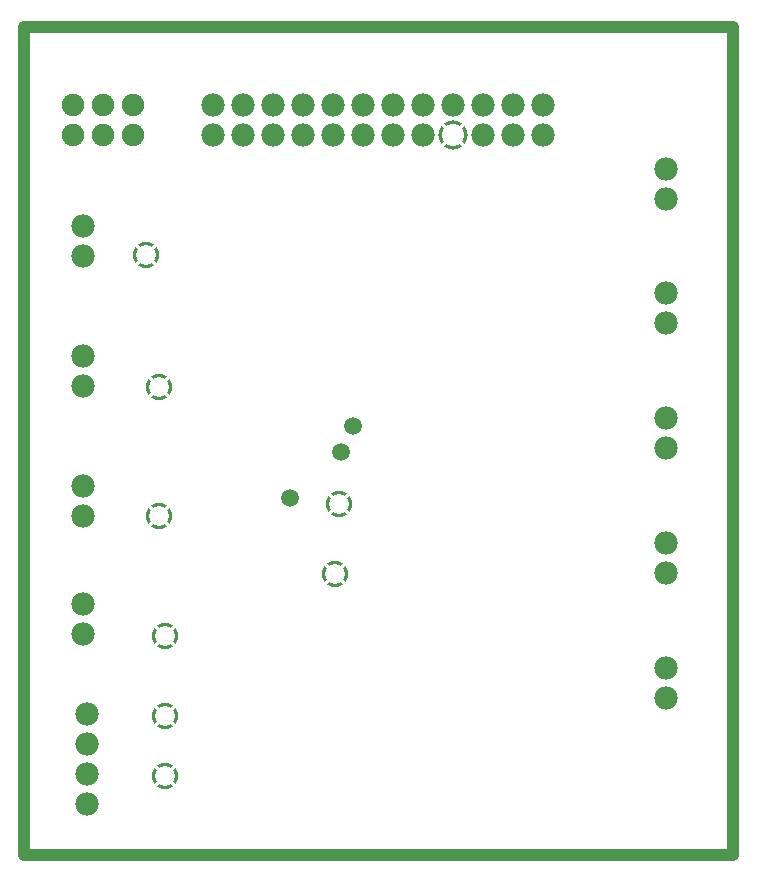
<source format=gbr>
G04 Layer_Physical_Order=2*
G04 Layer_Color=32768*
%FSLAX26Y26*%
%MOIN*%
%TF.FileFunction,Copper,L2,Inr,Plane*%
%TF.Part,Single*%
G01*
G75*
%TA.AperFunction,NonConductor*%
%ADD23C,0.040000*%
%TA.AperFunction,ComponentPad*%
%ADD24C,0.075433*%
%ADD25C,0.077402*%
G04:AMPARAMS|DCode=26|XSize=97.402mil|YSize=97.402mil|CornerRadius=0mil|HoleSize=0mil|Usage=FLASHONLY|Rotation=0.000|XOffset=0mil|YOffset=0mil|HoleType=Round|Shape=Relief|Width=10mil|Gap=10mil|Entries=4|*
%AMTHD26*
7,0,0,0.097402,0.077402,0.010000,45*
%
%ADD26THD26*%
%TA.AperFunction,ViaPad*%
G04:AMPARAMS|DCode=27|XSize=88mil|YSize=88mil|CornerRadius=0mil|HoleSize=0mil|Usage=FLASHONLY|Rotation=0.000|XOffset=0mil|YOffset=0mil|HoleType=Round|Shape=Relief|Width=10mil|Gap=10mil|Entries=4|*
%AMTHD27*
7,0,0,0.088000,0.068000,0.010000,45*
%
%ADD27THD27*%
%ADD28C,0.059685*%
D23*
X-39370Y-0D02*
X-39370Y2760000D01*
X2322835Y2760000D01*
X2322834Y-0D02*
X2322835Y2760000D01*
X-39370Y-0D02*
X2322834Y-0D01*
D24*
X123032Y2501575D02*
D03*
X223032D02*
D03*
X323032D02*
D03*
Y2401575D02*
D03*
X223032D02*
D03*
X123032D02*
D03*
D25*
X1590551D02*
D03*
Y2501575D02*
D03*
X1490551D02*
D03*
X1390551D02*
D03*
X1290551D02*
D03*
X1190551D02*
D03*
X1090551D02*
D03*
X990551D02*
D03*
X890551D02*
D03*
X790551D02*
D03*
X690551D02*
D03*
X590551D02*
D03*
X1490551Y2401575D02*
D03*
X1290551D02*
D03*
X1190551D02*
D03*
X1090551D02*
D03*
X990551D02*
D03*
X890551D02*
D03*
X790551D02*
D03*
X690551D02*
D03*
X590551D02*
D03*
X1690551Y2501575D02*
D03*
Y2401575D02*
D03*
X157480Y2097244D02*
D03*
Y1997244D02*
D03*
X2101063Y1871898D02*
D03*
Y1771898D02*
D03*
Y523150D02*
D03*
Y623150D02*
D03*
Y2288148D02*
D03*
Y2188148D02*
D03*
X157480Y1664173D02*
D03*
Y1564173D02*
D03*
X2101063Y1039399D02*
D03*
Y939399D02*
D03*
X157480Y1231102D02*
D03*
Y1131102D02*
D03*
Y737402D02*
D03*
Y837402D02*
D03*
X2101063Y1355649D02*
D03*
Y1455649D02*
D03*
X170000Y170000D02*
D03*
Y270000D02*
D03*
Y370000D02*
D03*
Y470000D02*
D03*
D26*
X1390551Y2401575D02*
D03*
D27*
X409449Y1559055D02*
D03*
X366142Y2000000D02*
D03*
X996000Y937000D02*
D03*
X1010000Y1171000D02*
D03*
X409449Y1129921D02*
D03*
X431103Y730315D02*
D03*
X429134Y464567D02*
D03*
Y263779D02*
D03*
D28*
X847000Y1189000D02*
D03*
X1056000Y1429000D02*
D03*
X1015748Y1342520D02*
D03*
%TF.MD5,f7fb29a8e0f017586a9ccf8f839ced22*%
M02*

</source>
